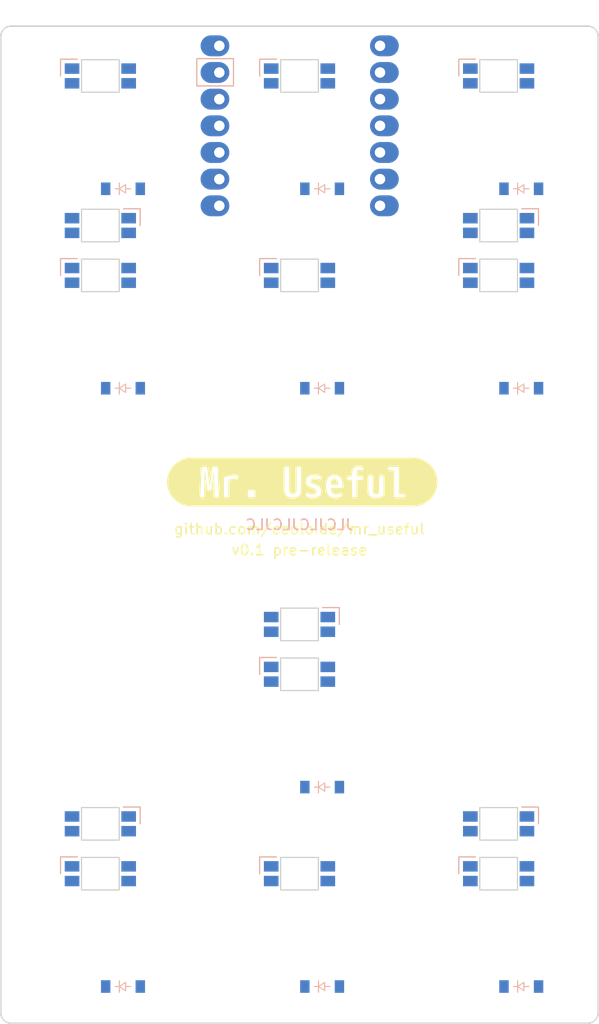
<source format=kicad_pcb>
(kicad_pcb (version 20240108) (generator "ergogen") (generator_version "4.1.0")
  (title_block (title "mr_useful") (date "2024-11-14") (rev "0.1") (company "ceoloide"))
  (layers (0 "F.Cu" signal) (31 "B.Cu" signal) (34 "B.Paste" user) (35 "F.Paste" user) (36 "B.SilkS" user "B.Silkscreen") (37 "F.SilkS" user "F.Silkscreen") (38 "B.Mask" user) (39 "F.Mask" user) (44 "Edge.Cuts" user))
  (net 0 "")
  (net 1 "C0")
  (net 2 "left_down")
  (net 3 "C1")
  (net 4 "middle_down")
  (net 5 "middle_up")
  (net 6 "C2")
  (net 7 "right_down")
  (net 8 "first_bottom")
  (net 9 "first_top")
  (net 10 "second_bottom")
  (net 11 "second_top")
  (net 12 "third_bottom")
  (net 13 "third_top")
  (net 14 "VCC")
  (net 15 "LED_4")
  (net 16 "GND")
  (net 17 "LED_3")
  (net 18 "LED_5")
  (net 19 "LED_6")
  (net 20 "LED_10")
  (net 21 "LED_9")
  (net 22 "LED_2")
  (net 23 "LED_1")
  (net 24 "LED_7")
  (net 25 "LED")
  (net 26 "LED_8")
  (net 27 "ULED_3")
  (net 28 "ULED_2")
  (net 29 "ULED_1")
  (net 30 "ULED_4")
  (net 31 "ULED_5")
  (net 32 "R0")
  (net 33 "R1")
  (net 34 "R3")
  (net 35 "R4")
  (net 36 "VIN")
  (net 37 "SWDIO")
  (net 38 "SWDCLK")
  (net 39 "RST")
  (net 40 "P0")
  (net 41 "P1")
  (net 42 "P2")
  (net 43 "C3")
  (net 44 "R2")
  (net 45 "RAW")
  (footprint "ceoloide:switch_mx" (layer "B.Cu") (at 60 125 180)
    (property "Reference" "S1" hide)
    (pad "" np_thru_hole circle (at 0 0 90) (size 4.1 4.1) (drill 4.1) (layers "*.Cu" "*.Mask"))
    (pad "" np_thru_hole circle (at 5.08 0 180) (size 1.9 1.9) (drill 1.9) (layers "*.Cu" "*.Mask"))
    (pad "" np_thru_hole circle (at -5.08 0 180) (size 1.9 1.9) (drill 1.9) (layers "*.Cu" "*.Mask"))
  )
  (footprint "ceoloide:switch_mx" (layer "B.Cu") (at 79 125 180)
    (property "Reference" "S2" hide)
    (pad "" np_thru_hole circle (at 0 0 90) (size 4.1 4.1) (drill 4.1) (layers "*.Cu" "*.Mask"))
    (pad "" np_thru_hole circle (at 5.08 0 180) (size 1.9 1.9) (drill 1.9) (layers "*.Cu" "*.Mask"))
    (pad "" np_thru_hole circle (at -5.08 0 180) (size 1.9 1.9) (drill 1.9) (layers "*.Cu" "*.Mask"))
  )
  (footprint "ceoloide:switch_mx" (layer "B.Cu") (at 79 106 180)
    (property "Reference" "S3" hide)
    (pad "" np_thru_hole circle (at 0 0 90) (size 4.1 4.1) (drill 4.1) (layers "*.Cu" "*.Mask"))
    (pad "" np_thru_hole circle (at 5.08 0 180) (size 1.9 1.9) (drill 1.9) (layers "*.Cu" "*.Mask"))
    (pad "" np_thru_hole circle (at -5.08 0 180) (size 1.9 1.9) (drill 1.9) (layers "*.Cu" "*.Mask"))
  )
  (footprint "ceoloide:switch_mx" (layer "B.Cu") (at 98 125 180)
    (property "Reference" "S4" hide)
    (pad "" np_thru_hole circle (at 0 0 90) (size 4.1 4.1) (drill 4.1) (layers "*.Cu" "*.Mask"))
    (pad "" np_thru_hole circle (at 5.08 0 180) (size 1.9 1.9) (drill 1.9) (layers "*.Cu" "*.Mask"))
    (pad "" np_thru_hole circle (at -5.08 0 180) (size 1.9 1.9) (drill 1.9) (layers "*.Cu" "*.Mask"))
  )
  (footprint "ceoloide:switch_mx" (layer "B.Cu") (at 60 68 180)
    (property "Reference" "S5" hide)
    (pad "" np_thru_hole circle (at 0 0 90) (size 4.1 4.1) (drill 4.1) (layers "*.Cu" "*.Mask"))
    (pad "" np_thru_hole circle (at 5.08 0 180) (size 1.9 1.9) (drill 1.9) (layers "*.Cu" "*.Mask"))
    (pad "" np_thru_hole circle (at -5.08 0 180) (size 1.9 1.9) (drill 1.9) (layers "*.Cu" "*.Mask"))
  )
  (footprint "ceoloide:switch_mx" (layer "B.Cu") (at 60 49 180)
    (property "Reference" "S6" hide)
    (pad "" np_thru_hole circle (at 0 0 90) (size 4.1 4.1) (drill 4.1) (layers "*.Cu" "*.Mask"))
    (pad "" np_thru_hole circle (at 5.08 0 180) (size 1.9 1.9) (drill 1.9) (layers "*.Cu" "*.Mask"))
    (pad "" np_thru_hole circle (at -5.08 0 180) (size 1.9 1.9) (drill 1.9) (layers "*.Cu" "*.Mask"))
  )
  (footprint "ceoloide:switch_mx" (layer "B.Cu") (at 79 68 180)
    (property "Reference" "S7" hide)
    (pad "" np_thru_hole circle (at 0 0 90) (size 4.1 4.1) (drill 4.1) (layers "*.Cu" "*.Mask"))
    (pad "" np_thru_hole circle (at 5.08 0 180) (size 1.9 1.9) (drill 1.9) (layers "*.Cu" "*.Mask"))
    (pad "" np_thru_hole circle (at -5.08 0 180) (size 1.9 1.9) (drill 1.9) (layers "*.Cu" "*.Mask"))
  )
  (footprint "ceoloide:switch_mx" (layer "B.Cu") (at 79 49 180)
    (property "Reference" "S8" hide)
    (pad "" np_thru_hole circle (at 0 0 90) (size 4.1 4.1) (drill 4.1) (layers "*.Cu" "*.Mask"))
    (pad "" np_thru_hole circle (at 5.08 0 180) (size 1.9 1.9) (drill 1.9) (layers "*.Cu" "*.Mask"))
    (pad "" np_thru_hole circle (at -5.08 0 180) (size 1.9 1.9) (drill 1.9) (layers "*.Cu" "*.Mask"))
  )
  (footprint "ceoloide:switch_mx" (layer "B.Cu") (at 98 68 180)
    (property "Reference" "S9" hide)
    (pad "" np_thru_hole circle (at 0 0 90) (size 4.1 4.1) (drill 4.1) (layers "*.Cu" "*.Mask"))
    (pad "" np_thru_hole circle (at 5.08 0 180) (size 1.9 1.9) (drill 1.9) (layers "*.Cu" "*.Mask"))
    (pad "" np_thru_hole circle (at -5.08 0 180) (size 1.9 1.9) (drill 1.9) (layers "*.Cu" "*.Mask"))
  )
  (footprint "ceoloide:switch_mx" (layer "B.Cu") (at 98 49 180)
    (property "Reference" "S10" hide)
    (pad "" np_thru_hole circle (at 0 0 90) (size 4.1 4.1) (drill 4.1) (layers "*.Cu" "*.Mask"))
    (pad "" np_thru_hole circle (at 5.08 0 180) (size 1.9 1.9) (drill 1.9) (layers "*.Cu" "*.Mask"))
    (pad "" np_thru_hole circle (at -5.08 0 180) (size 1.9 1.9) (drill 1.9) (layers "*.Cu" "*.Mask"))
  )
  (footprint "ceoloide:led_SK6812mini-e (per-keysingle-side)" (layer "B.Cu") (at 60 120.25 0)
    (property "Reference" "LED1" hide)
    (fp_line (start -3.8 -1.6) (end -2.2 -1.6) (layer "B.SilkS") (stroke (width 0.12)))
    (fp_line (start -3.8 0) (end -3.8 -1.6) (layer "B.SilkS") (stroke (width 0.12)))
    (pad "2" smd rect (at 2.70 -0.7 0) (size 1.4 1) (layers "B.Cu" "B.Paste" "B.Mask") (net 15 "LED_4"))
    (pad "1" smd rect (at 2.70 0.7 0) (size 1.4 1) (layers "B.Cu" "B.Paste" "B.Mask") (net 14 "VCC"))
    (pad "3" smd rect (at -2.70 -0.7 0) (size 1.4 1) (layers "B.Cu" "B.Paste" "B.Mask") (net 16 "GND"))
    (pad "4" smd rect (at -2.70 0.7 0) (size 1.4 1) (layers "B.Cu" "B.Paste" "B.Mask") (net 17 "LED_3"))
    (fp_rect (start -1.8 -1.55) (end 1.8 1.55) (layer "Edge.Cuts") (stroke (width 0.12)) (fill none))
  )
  (footprint "ceoloide:led_SK6812mini-e (per-keysingle-side)" (layer "B.Cu") (at 79 120.25 0)
    (property "Reference" "LED2" hide)
    (fp_line (start -3.8 -1.6) (end -2.2 -1.6) (layer "B.SilkS") (stroke (width 0.12)))
    (fp_line (start -3.8 0) (end -3.8 -1.6) (layer "B.SilkS") (stroke (width 0.12)))
    (pad "2" smd rect (at 2.70 -0.7 0) (size 1.4 1) (layers "B.Cu" "B.Paste" "B.Mask") (net 18 "LED_5"))
    (pad "1" smd rect (at 2.70 0.7 0) (size 1.4 1) (layers "B.Cu" "B.Paste" "B.Mask") (net 14 "VCC"))
    (pad "3" smd rect (at -2.70 -0.7 0) (size 1.4 1) (layers "B.Cu" "B.Paste" "B.Mask") (net 16 "GND"))
    (pad "4" smd rect (at -2.70 0.7 0) (size 1.4 1) (layers "B.Cu" "B.Paste" "B.Mask") (net 15 "LED_4"))
    (fp_rect (start -1.8 -1.55) (end 1.8 1.55) (layer "Edge.Cuts") (stroke (width 0.12)) (fill none))
  )
  (footprint "ceoloide:led_SK6812mini-e (per-keysingle-side)" (layer "B.Cu") (at 79 101.25 0)
    (property "Reference" "LED3" hide)
    (fp_line (start -3.8 -1.6) (end -2.2 -1.6) (layer "B.SilkS") (stroke (width 0.12)))
    (fp_line (start -3.8 0) (end -3.8 -1.6) (layer "B.SilkS") (stroke (width 0.12)))
    (pad "2" smd rect (at 2.70 -0.7 0) (size 1.4 1) (layers "B.Cu" "B.Paste" "B.Mask") (net 19 "LED_6"))
    (pad "1" smd rect (at 2.70 0.7 0) (size 1.4 1) (layers "B.Cu" "B.Paste" "B.Mask") (net 14 "VCC"))
    (pad "3" smd rect (at -2.70 -0.7 0) (size 1.4 1) (layers "B.Cu" "B.Paste" "B.Mask") (net 16 "GND"))
    (pad "4" smd rect (at -2.70 0.7 0) (size 1.4 1) (layers "B.Cu" "B.Paste" "B.Mask") (net 18 "LED_5"))
    (fp_rect (start -1.8 -1.55) (end 1.8 1.55) (layer "Edge.Cuts") (stroke (width 0.12)) (fill none))
  )
  (footprint "ceoloide:led_SK6812mini-e (per-keysingle-side)" (layer "B.Cu") (at 98 120.25 0)
    (property "Reference" "LED4" hide)
    (fp_line (start -3.8 -1.6) (end -2.2 -1.6) (layer "B.SilkS") (stroke (width 0.12)))
    (fp_line (start -3.8 0) (end -3.8 -1.6) (layer "B.SilkS") (stroke (width 0.12)))
    (pad "2" smd rect (at 2.70 -0.7 0) (size 1.4 1) (layers "B.Cu" "B.Paste" "B.Mask") (net 20 "LED_10"))
    (pad "1" smd rect (at 2.70 0.7 0) (size 1.4 1) (layers "B.Cu" "B.Paste" "B.Mask") (net 14 "VCC"))
    (pad "3" smd rect (at -2.70 -0.7 0) (size 1.4 1) (layers "B.Cu" "B.Paste" "B.Mask") (net 16 "GND"))
    (pad "4" smd rect (at -2.70 0.7 0) (size 1.4 1) (layers "B.Cu" "B.Paste" "B.Mask") (net 21 "LED_9"))
    (fp_rect (start -1.8 -1.55) (end 1.8 1.55) (layer "Edge.Cuts") (stroke (width 0.12)) (fill none))
  )
  (footprint "ceoloide:led_SK6812mini-e (per-keysingle-side)" (layer "B.Cu") (at 60 63.25 0)
    (property "Reference" "LED5" hide)
    (fp_line (start -3.8 -1.6) (end -2.2 -1.6) (layer "B.SilkS") (stroke (width 0.12)))
    (fp_line (start -3.8 0) (end -3.8 -1.6) (layer "B.SilkS") (stroke (width 0.12)))
    (pad "2" smd rect (at 2.70 -0.7 0) (size 1.4 1) (layers "B.Cu" "B.Paste" "B.Mask") (net 17 "LED_3"))
    (pad "1" smd rect (at 2.70 0.7 0) (size 1.4 1) (layers "B.Cu" "B.Paste" "B.Mask") (net 14 "VCC"))
    (pad "3" smd rect (at -2.70 -0.7 0) (size 1.4 1) (layers "B.Cu" "B.Paste" "B.Mask") (net 16 "GND"))
    (pad "4" smd rect (at -2.70 0.7 0) (size 1.4 1) (layers "B.Cu" "B.Paste" "B.Mask") (net 22 "LED_2"))
    (fp_rect (start -1.8 -1.55) (end 1.8 1.55) (layer "Edge.Cuts") (stroke (width 0.12)) (fill none))
  )
  (footprint "ceoloide:led_SK6812mini-e (per-keysingle-side)" (layer "B.Cu") (at 60 44.25 0)
    (property "Reference" "LED6" hide)
    (fp_line (start -3.8 -1.6) (end -2.2 -1.6) (layer "B.SilkS") (stroke (width 0.12)))
    (fp_line (start -3.8 0) (end -3.8 -1.6) (layer "B.SilkS") (stroke (width 0.12)))
    (pad "2" smd rect (at 2.70 -0.7 0) (size 1.4 1) (layers "B.Cu" "B.Paste" "B.Mask") (net 22 "LED_2"))
    (pad "1" smd rect (at 2.70 0.7 0) (size 1.4 1) (layers "B.Cu" "B.Paste" "B.Mask") (net 14 "VCC"))
    (pad "3" smd rect (at -2.70 -0.7 0) (size 1.4 1) (layers "B.Cu" "B.Paste" "B.Mask") (net 16 "GND"))
    (pad "4" smd rect (at -2.70 0.7 0) (size 1.4 1) (layers "B.Cu" "B.Paste" "B.Mask") (net 23 "LED_1"))
    (fp_rect (start -1.8 -1.55) (end 1.8 1.55) (layer "Edge.Cuts") (stroke (width 0.12)) (fill none))
  )
  (footprint "ceoloide:led_SK6812mini-e (per-keysingle-side)" (layer "B.Cu") (at 79 63.25 0)
    (property "Reference" "LED7" hide)
    (fp_line (start -3.8 -1.6) (end -2.2 -1.6) (layer "B.SilkS") (stroke (width 0.12)))
    (fp_line (start -3.8 0) (end -3.8 -1.6) (layer "B.SilkS") (stroke (width 0.12)))
    (pad "2" smd rect (at 2.70 -0.7 0) (size 1.4 1) (layers "B.Cu" "B.Paste" "B.Mask") (net 24 "LED_7"))
    (pad "1" smd rect (at 2.70 0.7 0) (size 1.4 1) (layers "B.Cu" "B.Paste" "B.Mask") (net 14 "VCC"))
    (pad "3" smd rect (at -2.70 -0.7 0) (size 1.4 1) (layers "B.Cu" "B.Paste" "B.Mask") (net 16 "GND"))
    (pad "4" smd rect (at -2.70 0.7 0) (size 1.4 1) (layers "B.Cu" "B.Paste" "B.Mask") (net 19 "LED_6"))
    (fp_rect (start -1.8 -1.55) (end 1.8 1.55) (layer "Edge.Cuts") (stroke (width 0.12)) (fill none))
  )
  (footprint "ceoloide:led_SK6812mini-e (per-keysingle-side)" (layer "B.Cu") (at 79 44.25 0)
    (property "Reference" "LED8" hide)
    (fp_line (start -3.8 -1.6) (end -2.2 -1.6) (layer "B.SilkS") (stroke (width 0.12)))
    (fp_line (start -3.8 0) (end -3.8 -1.6) (layer "B.SilkS") (stroke (width 0.12)))
    (pad "2" smd rect (at 2.70 -0.7 0) (size 1.4 1) (layers "B.Cu" "B.Paste" "B.Mask") (net 23 "LED_1"))
    (pad "1" smd rect (at 2.70 0.7 0) (size 1.4 1) (layers "B.Cu" "B.Paste" "B.Mask") (net 14 "VCC"))
    (pad "3" smd rect (at -2.70 -0.7 0) (size 1.4 1) (layers "B.Cu" "B.Paste" "B.Mask") (net 16 "GND"))
    (pad "4" smd rect (at -2.70 0.7 0) (size 1.4 1) (layers "B.Cu" "B.Paste" "B.Mask") (net 25 "LED"))
    (fp_rect (start -1.8 -1.55) (end 1.8 1.55) (layer "Edge.Cuts") (stroke (width 0.12)) (fill none))
  )
  (footprint "ceoloide:led_SK6812mini-e (per-keysingle-side)" (layer "B.Cu") (at 98 63.25 0)
    (property "Reference" "LED9" hide)
    (fp_line (start -3.8 -1.6) (end -2.2 -1.6) (layer "B.SilkS") (stroke (width 0.12)))
    (fp_line (start -3.8 0) (end -3.8 -1.6) (layer "B.SilkS") (stroke (width 0.12)))
    (pad "2" smd rect (at 2.70 -0.7 0) (size 1.4 1) (layers "B.Cu" "B.Paste" "B.Mask") (net 21 "LED_9"))
    (pad "1" smd rect (at 2.70 0.7 0) (size 1.4 1) (layers "B.Cu" "B.Paste" "B.Mask") (net 14 "VCC"))
    (pad "3" smd rect (at -2.70 -0.7 0) (size 1.4 1) (layers "B.Cu" "B.Paste" "B.Mask") (net 16 "GND"))
    (pad "4" smd rect (at -2.70 0.7 0) (size 1.4 1) (layers "B.Cu" "B.Paste" "B.Mask") (net 26 "LED_8"))
    (fp_rect (start -1.8 -1.55) (end 1.8 1.55) (layer "Edge.Cuts") (stroke (width 0.12)) (fill none))
  )
  (footprint "ceoloide:led_SK6812mini-e (per-keysingle-side)" (layer "B.Cu") (at 98 44.25 0)
    (property "Reference" "LED10" hide)
    (fp_line (start -3.8 -1.6) (end -2.2 -1.6) (layer "B.SilkS") (stroke (width 0.12)))
    (fp_line (start -3.8 0) (end -3.8 -1.6) (layer "B.SilkS") (stroke (width 0.12)))
    (pad "2" smd rect (at 2.70 -0.7 0) (size 1.4 1) (layers "B.Cu" "B.Paste" "B.Mask") (net 26 "LED_8"))
    (pad "1" smd rect (at 2.70 0.7 0) (size 1.4 1) (layers "B.Cu" "B.Paste" "B.Mask") (net 14 "VCC"))
    (pad "3" smd rect (at -2.70 -0.7 0) (size 1.4 1) (layers "B.Cu" "B.Paste" "B.Mask") (net 16 "GND"))
    (pad "4" smd rect (at -2.70 0.7 0) (size 1.4 1) (layers "B.Cu" "B.Paste" "B.Mask") (net 24 "LED_7"))
    (fp_rect (start -1.8 -1.55) (end 1.8 1.55) (layer "Edge.Cuts") (stroke (width 0.12)) (fill none))
  )
  (footprint "ceoloide:led_SK6812mini-e (underglowsingle-side)" (layer "B.Cu") (at 60 115.5 180)
    (property "Reference" "LED11" hide)
    (fp_line (start -3.8 1.6) (end -2.2 1.6) (layer "B.SilkS") (stroke (width 0.12)))
    (fp_line (start -3.8 0) (end -3.8 1.6) (layer "B.SilkS") (stroke (width 0.12)))
    (pad "2" smd rect (at 2.70 0.7 180) (size 1.4 1) (layers "B.Cu" "B.Paste" "B.Mask") (net 27 "ULED_3"))
    (pad "1" smd rect (at 2.70 -0.7 180) (size 1.4 1) (layers "B.Cu" "B.Paste" "B.Mask") (net 14 "VCC"))
    (pad "3" smd rect (at -2.70 0.7 180) (size 1.4 1) (layers "B.Cu" "B.Paste" "B.Mask") (net 16 "GND"))
    (pad "4" smd rect (at -2.70 -0.7 180) (size 1.4 1) (layers "B.Cu" "B.Paste" "B.Mask") (net 28 "ULED_2"))
    (fp_rect (start -1.8 -1.55) (end 1.8 1.55) (layer "Edge.Cuts") (stroke (width 0.12)) (fill none))
  )
  (footprint "ceoloide:led_SK6812mini-e (underglowsingle-side)" (layer "B.Cu") (at 79 96.5 180)
    (property "Reference" "LED12" hide)
    (fp_line (start -3.8 1.6) (end -2.2 1.6) (layer "B.SilkS") (stroke (width 0.12)))
    (fp_line (start -3.8 0) (end -3.8 1.6) (layer "B.SilkS") (stroke (width 0.12)))
    (pad "2" smd rect (at 2.70 0.7 180) (size 1.4 1) (layers "B.Cu" "B.Paste" "B.Mask") (net 28 "ULED_2"))
    (pad "1" smd rect (at 2.70 -0.7 180) (size 1.4 1) (layers "B.Cu" "B.Paste" "B.Mask") (net 14 "VCC"))
    (pad "3" smd rect (at -2.70 0.7 180) (size 1.4 1) (layers "B.Cu" "B.Paste" "B.Mask") (net 16 "GND"))
    (pad "4" smd rect (at -2.70 -0.7 180) (size 1.4 1) (layers "B.Cu" "B.Paste" "B.Mask") (net 29 "ULED_1"))
    (fp_rect (start -1.8 -1.55) (end 1.8 1.55) (layer "Edge.Cuts") (stroke (width 0.12)) (fill none))
  )
  (footprint "ceoloide:led_SK6812mini-e (underglowsingle-side)" (layer "B.Cu") (at 98 115.5 180)
    (property "Reference" "LED13" hide)
    (fp_line (start -3.8 1.6) (end -2.2 1.6) (layer "B.SilkS") (stroke (width 0.12)))
    (fp_line (start -3.8 0) (end -3.8 1.6) (layer "B.SilkS") (stroke (width 0.12)))
    (pad "2" smd rect (at 2.70 0.7 180) (size 1.4 1) (layers "B.Cu" "B.Paste" "B.Mask") (net 29 "ULED_1"))
    (pad "1" smd rect (at 2.70 -0.7 180) (size 1.4 1) (layers "B.Cu" "B.Paste" "B.Mask") (net 14 "VCC"))
    (pad "3" smd rect (at -2.70 0.7 180) (size 1.4 1) (layers "B.Cu" "B.Paste" "B.Mask") (net 16 "GND"))
    (pad "4" smd rect (at -2.70 -0.7 180) (size 1.4 1) (layers "B.Cu" "B.Paste" "B.Mask") (net 20 "LED_10"))
    (fp_rect (start -1.8 -1.55) (end 1.8 1.55) (layer "Edge.Cuts") (stroke (width 0.12)) (fill none))
  )
  (footprint "ceoloide:led_SK6812mini-e (underglowsingle-side)" (layer "B.Cu") (at 60 58.5 180)
    (property "Reference" "LED14" hide)
    (fp_line (start -3.8 1.6) (end -2.2 1.6) (layer "B.SilkS") (stroke (width 0.12)))
    (fp_line (start -3.8 0) (end -3.8 1.6) (layer "B.SilkS") (stroke (width 0.12)))
    (pad "2" smd rect (at 2.70 0.7 180) (size 1.4 1) (layers "B.Cu" "B.Paste" "B.Mask") (net 30 "ULED_4"))
    (pad "1" smd rect (at 2.70 -0.7 180) (size 1.4 1) (layers "B.Cu" "B.Paste" "B.Mask") (net 14 "VCC"))
    (pad "3" smd rect (at -2.70 0.7 180) (size 1.4 1) (layers "B.Cu" "B.Paste" "B.Mask") (net 16 "GND"))
    (pad "4" smd rect (at -2.70 -0.7 180) (size 1.4 1) (layers "B.Cu" "B.Paste" "B.Mask") (net 27 "ULED_3"))
    (fp_rect (start -1.8 -1.55) (end 1.8 1.55) (layer "Edge.Cuts") (stroke (width 0.12)) (fill none))
  )
  (footprint "ceoloide:led_SK6812mini-e (underglowsingle-side)" (layer "B.Cu") (at 98 58.5 180)
    (property "Reference" "LED15" hide)
    (fp_line (start -3.8 1.6) (end -2.2 1.6) (layer "B.SilkS") (stroke (width 0.12)))
    (fp_line (start -3.8 0) (end -3.8 1.6) (layer "B.SilkS") (stroke (width 0.12)))
    (pad "2" smd rect (at 2.70 0.7 180) (size 1.4 1) (layers "B.Cu" "B.Paste" "B.Mask") (net 31 "ULED_5"))
    (pad "1" smd rect (at 2.70 -0.7 180) (size 1.4 1) (layers "B.Cu" "B.Paste" "B.Mask") (net 14 "VCC"))
    (pad "3" smd rect (at -2.70 0.7 180) (size 1.4 1) (layers "B.Cu" "B.Paste" "B.Mask") (net 16 "GND"))
    (pad "4" smd rect (at -2.70 -0.7 180) (size 1.4 1) (layers "B.Cu" "B.Paste" "B.Mask") (net 30 "ULED_4"))
    (fp_rect (start -1.8 -1.55) (end 1.8 1.55) (layer "Edge.Cuts") (stroke (width 0.12)) (fill none))
  )
  (footprint "ceoloide:diode_tht_sod123" (layer "B.Cu") (at 62.16 131 0)
    (property "Reference" "D1" hide)
    (fp_line (start 0.25 0) (end 0.75 0) (layer "B.SilkS") (stroke (width 0.1)))
    (fp_line (start 0.25 0.4) (end -0.35 0) (layer "B.SilkS") (stroke (width 0.1)))
    (fp_line (start 0.25 -0.4) (end 0.25 0.4) (layer "B.SilkS") (stroke (width 0.1)))
    (fp_line (start -0.35 0) (end 0.25 -0.4) (layer "B.SilkS") (stroke (width 0.1)))
    (fp_line (start -0.35 0) (end -0.35 0.55) (layer "B.SilkS") (stroke (width 0.1)))
    (fp_line (start -0.35 0) (end -0.35 -0.55) (layer "B.SilkS") (stroke (width 0.1)))
    (fp_line (start -0.75 0) (end -0.35 0) (layer "B.SilkS") (stroke (width 0.1)))
    (pad "2" smd rect (at 1.65 0 0) (size 0.9 1.2) (layers "B.Cu" "B.Paste" "B.Mask") (net 2 "left_down"))
    (pad "1" smd rect (at -1.65 0 0) (size 0.9 1.2) (layers "B.Cu" "B.Paste" "B.Mask") (net 32 "R0"))
  )
  (footprint "ceoloide:diode_tht_sod123" (layer "B.Cu") (at 81.16 131 0)
    (property "Reference" "D2" hide)
    (fp_line (start 0.25 0) (end 0.75 0) (layer "B.SilkS") (stroke (width 0.1)))
    (fp_line (start 0.25 0.4) (end -0.35 0) (layer "B.SilkS") (stroke (width 0.1)))
    (fp_line (start 0.25 -0.4) (end 0.25 0.4) (layer "B.SilkS") (stroke (width 0.1)))
    (fp_line (start -0.35 0) (end 0.25 -0.4) (layer "B.SilkS") (stroke (width 0.1)))
    (fp_line (start -0.35 0) (end -0.35 0.55) (layer "B.SilkS") (stroke (width 0.1)))
    (fp_line (start -0.35 0) (end -0.35 -0.55) (layer "B.SilkS") (stroke (width 0.1)))
    (fp_line (start -0.75 0) (end -0.35 0) (layer "B.SilkS") (stroke (width 0.1)))
    (pad "2" smd rect (at 1.65 0 0) (size 0.9 1.2) (layers "B.Cu" "B.Paste" "B.Mask") (net 4 "middle_down"))
    (pad "1" smd rect (at -1.65 0 0) (size 0.9 1.2) (layers "B.Cu" "B.Paste" "B.Mask") (net 32 "R0"))
  )
  (footprint "ceoloide:diode_tht_sod123" (layer "B.Cu") (at 81.16 112 0)
    (property "Reference" "D3" hide)
    (fp_line (start 0.25 0) (end 0.75 0) (layer "B.SilkS") (stroke (width 0.1)))
    (fp_line (start 0.25 0.4) (end -0.35 0) (layer "B.SilkS") (stroke (width 0.1)))
    (fp_line (start 0.25 -0.4) (end 0.25 0.4) (layer "B.SilkS") (stroke (width 0.1)))
    (fp_line (start -0.35 0) (end 0.25 -0.4) (layer "B.SilkS") (stroke (width 0.1)))
    (fp_line (start -0.35 0) (end -0.35 0.55) (layer "B.SilkS") (stroke (width 0.1)))
    (fp_line (start -0.35 0) (end -0.35 -0.55) (layer "B.SilkS") (stroke (width 0.1)))
    (fp_line (start -0.75 0) (end -0.35 0) (layer "B.SilkS") (stroke (width 0.1)))
    (pad "2" smd rect (at 1.65 0 0) (size 0.9 1.2) (layers "B.Cu" "B.Paste" "B.Mask") (net 5 "middle_up"))
    (pad "1" smd rect (at -1.65 0 0) (size 0.9 1.2) (layers "B.Cu" "B.Paste" "B.Mask") (net 33 "R1"))
  )
  (footprint "ceoloide:diode_tht_sod123" (layer "B.Cu") (at 100.16 131 0)
    (property "Reference" "D4" hide)
    (fp_line (start 0.25 0) (end 0.75 0) (layer "B.SilkS") (stroke (width 0.1)))
    (fp_line (start 0.25 0.4) (end -0.35 0) (layer "B.SilkS") (stroke (width 0.1)))
    (fp_line (start 0.25 -0.4) (end 0.25 0.4) (layer "B.SilkS") (stroke (width 0.1)))
    (fp_line (start -0.35 0) (end 0.25 -0.4) (layer "B.SilkS") (stroke (width 0.1)))
    (fp_line (start -0.35 0) (end -0.35 0.55) (layer "B.SilkS") (stroke (width 0.1)))
    (fp_line (start -0.35 0) (end -0.35 -0.55) (layer "B.SilkS") (stroke (width 0.1)))
    (fp_line (start -0.75 0) (end -0.35 0) (layer "B.SilkS") (stroke (width 0.1)))
    (pad "2" smd rect (at 1.65 0 0) (size 0.9 1.2) (layers "B.Cu" "B.Paste" "B.Mask") (net 7 "right_down"))
    (pad "1" smd rect (at -1.65 0 0) (size 0.9 1.2) (layers "B.Cu" "B.Paste" "B.Mask") (net 32 "R0"))
  )
  (footprint "ceoloide:diode_tht_sod123" (layer "B.Cu") (at 62.16 74 0)
    (property "Reference" "D5" hide)
    (fp_line (start 0.25 0) (end 0.75 0) (layer "B.SilkS") (stroke (width 0.1)))
    (fp_line (start 0.25 0.4) (end -0.35 0) (layer "B.SilkS") (stroke (width 0.1)))
    (fp_line (start 0.25 -0.4) (end 0.25 0.4) (layer "B.SilkS") (stroke (width 0.1)))
    (fp_line (start -0.35 0) (end 0.25 -0.4) (layer "B.SilkS") (stroke (width 0.1)))
    (fp_line (start -0.35 0) (end -0.35 0.55) (layer "B.SilkS") (stroke (width 0.1)))
    (fp_line (start -0.35 0) (end -0.35 -0.55) (layer "B.SilkS") (stroke (width 0.1)))
    (fp_line (start -0.75 0) (end -0.35 0) (layer "B.SilkS") (stroke (width 0.1)))
    (pad "2" smd rect (at 1.65 0 0) (size 0.9 1.2) (layers "B.Cu" "B.Paste" "B.Mask") (net 8 "first_bottom"))
    (pad "1" smd rect (at -1.65 0 0) (size 0.9 1.2) (layers "B.Cu" "B.Paste" "B.Mask") (net 34 "R3"))
  )
  (footprint "ceoloide:diode_tht_sod123" (layer "B.Cu") (at 62.16 55 0)
    (property "Reference" "D6" hide)
    (fp_line (start 0.25 0) (end 0.75 0) (layer "B.SilkS") (stroke (width 0.1)))
    (fp_line (start 0.25 0.4) (end -0.35 0) (layer "B.SilkS") (stroke (width 0.1)))
    (fp_line (start 0.25 -0.4) (end 0.25 0.4) (layer "B.SilkS") (stroke (width 0.1)))
    (fp_line (start -0.35 0) (end 0.25 -0.4) (layer "B.SilkS") (stroke (width 0.1)))
    (fp_line (start -0.35 0) (end -0.35 0.55) (layer "B.SilkS") (stroke (width 0.1)))
    (fp_line (start -0.35 0) (end -0.35 -0.55) (layer "B.SilkS") (stroke (width 0.1)))
    (fp_line (start -0.75 0) (end -0.35 0) (layer "B.SilkS") (stroke (width 0.1)))
    (pad "2" smd rect (at 1.65 0 0) (size 0.9 1.2) (layers "B.Cu" "B.Paste" "B.Mask") (net 9 "first_top"))
    (pad "1" smd rect (at -1.65 0 0) (size 0.9 1.2) (layers "B.Cu" "B.Paste" "B.Mask") (net 35 "R4"))
  )
  (footprint "ceoloide:diode_tht_sod123" (layer "B.Cu") (at 81.16 74 0)
    (property "Reference" "D7" hide)
    (fp_line (start 0.25 0) (end 0.75 0) (layer "B.SilkS") (stroke (width 0.1)))
    (fp_line (start 0.25 0.4) (end -0.35 0) (layer "B.SilkS") (stroke (width 0.1)))
    (fp_line (start 0.25 -0.4) (end 0.25 0.4) (layer "B.SilkS") (stroke (width 0.1)))
    (fp_line (start -0.35 0) (end 0.25 -0.4) (layer "B.SilkS") (stroke (width 0.1)))
    (fp_line (start -0.35 0) (end -0.35 0.55) (layer "B.SilkS") (stroke (width 0.1)))
    (fp_line (start -0.35 0) (end -0.35 -0.55) (layer "B.SilkS") (stroke (width 0.1)))
    (fp_line (start -0.75 0) (end -0.35 0) (layer "B.SilkS") (stroke (width 0.1)))
    (pad "2" smd rect (at 1.65 0 0) (size 0.9 1.2) (layers "B.Cu" "B.Paste" "B.Mask") (net 10 "second_bottom"))
    (pad "1" smd rect (at -1.65 0 0) (size 0.9 1.2) (layers "B.Cu" "B.Paste" "B.Mask") (net 34 "R3"))
  )
  (footprint "ceoloide:diode_tht_sod123" (layer "B.Cu") (at 81.16 55 0)
    (property "Reference" "D8" hide)
    (fp_line (start 0.25 0) (end 0.75 0) (layer "B.SilkS") (stroke (width 0.1)))
    (fp_line (start 0.25 0.4) (end -0.35 0) (layer "B.SilkS") (stroke (width 0.1)))
    (fp_line (start 0.25 -0.4) (end 0.25 0.4) (layer "B.SilkS") (stroke (width 0.1)))
    (fp_line (start -0.35 0) (end 0.25 -0.4) (layer "B.SilkS") (stroke (width 0.1)))
    (fp_line (start -0.35 0) (end -0.35 0.55) (layer "B.SilkS") (stroke (width 0.1)))
    (fp_line (start -0.35 0) (end -0.35 -0.55) (layer "B.SilkS") (stroke (width 0.1)))
    (fp_line (start -0.75 0) (end -0.35 0) (layer "B.SilkS") (stroke (width 0.1)))
    (pad "2" smd rect (at 1.65 0 0) (size 0.9 1.2) (layers "B.Cu" "B.Paste" "B.Mask") (net 11 "second_top"))
    (pad "1" smd rect (at -1.65 0 0) (size 0.9 1.2) (layers "B.Cu" "B.Paste" "B.Mask") (net 35 "R4"))
  )
  (footprint "ceoloide:diode_tht_sod123" (layer "B.Cu") (at 100.16 74 0)
    (property "Reference" "D9" hide)
    (fp_line (start 0.25 0) (end 0.75 0) (layer "B.SilkS") (stroke (width 0.1)))
    (fp_line (start 0.25 0.4) (end -0.35 0) (layer "B.SilkS") (stroke (width 0.1)))
    (fp_line (start 0.25 -0.4) (end 0.25 0.4) (layer "B.SilkS") (stroke (width 0.1)))
    (fp_line (start -0.35 0) (end 0.25 -0.4) (layer "B.SilkS") (stroke (width 0.1)))
    (fp_line (start -0.35 0) (end -0.35 0.55) (layer "B.SilkS") (stroke (width 0.1)))
    (fp_line (start -0.35 0) (end -0.35 -0.55) (layer "B.SilkS") (stroke (width 0.1)))
    (fp_line (start -0.75 0) (end -0.35 0) (layer "B.SilkS") (stroke (width 0.1)))
    (pad "2" smd rect (at 1.65 0 0) (size 0.9 1.2) (layers "B.Cu" "B.Paste" "B.Mask") (net 12 "third_bottom"))
    (pad "1" smd rect (at -1.65 0 0) (size 0.9 1.2) (layers "B.Cu" "B.Paste" "B.Mask") (net 34 "R3"))
  )
  (footprint "ceoloide:diode_tht_sod123" (layer "B.Cu") (at 100.16 55 0)
    (property "Reference" "D10" hide)
    (fp_line (start 0.25 0) (end 0.75 0) (layer "B.SilkS") (stroke (width 0.1)))
    (fp_line (start 0.25 0.4) (end -0.35 0) (layer "B.SilkS") (stroke (width 0.1)))
    (fp_line (start 0.25 -0.4) (end 0.25 0.4) (layer "B.SilkS") (stroke (width 0.1)))
    (fp_line (start -0.35 0) (end 0.25 -0.4) (layer "B.SilkS") (stroke (width 0.1)))
    (fp_line (start -0.35 0) (end -0.35 0.55) (layer "B.SilkS") (stroke (width 0.1)))
    (fp_line (start -0.35 0) (end -0.35 -0.55) (layer "B.SilkS") (stroke (width 0.1)))
    (fp_line (start -0.75 0) (end -0.35 0) (layer "B.SilkS") (stroke (width 0.1)))
    (pad "2" smd rect (at 1.65 0 0) (size 0.9 1.2) (layers "B.Cu" "B.Paste" "B.Mask") (net 13 "third_top"))
    (pad "1" smd rect (at -1.65 0 0) (size 0.9 1.2) (layers "B.Cu" "B.Paste" "B.Mask") (net 35 "R4"))
  )
  (module "Seeeduino XIAO-MOUDLE14P-2.54-21X17.8MM tht maybe" (layer "B.Cu") (at 79 49 0)
    (fp_text reference "MCU1" hide)
    (fp_line (start -6.3 -6.4) (end -9.8 -6.4) (layer B.SilkS) (width 0.12))
    (fp_line (start -9.8 -6.4) (end -9.8 -3.8) (layer B.SilkS) (width 0.12))
    (fp_line (start -6.3 -3.8) (end -9.8 -3.8) (layer B.SilkS) (width 0.12))
    (fp_line (start -6.3 -6.4) (end -6.3 -3.8) (layer B.SilkS) (width 0.12))
    (pad "RAW" smd oval (at -8.06588 -7.61882 0) (size 2.74828 1.99898) (layers "B.Cu" "B.Paste" "B.Mask") (net 45 "RAW"))
    (pad "RAW" thru_hole circle (at -7.649 -7.61882 0) (size 1.524 1.524) (drill 1) (layers "*.Cu" "*.Mask") (net 45 "RAW"))
    (pad "GND" smd oval (at -8.06588 -5.07882 0) (size 2.74828 1.99898) (layers "B.Cu" "B.Paste" "B.Mask") (net 16 "GND"))
    (pad "GND" thru_hole circle (at -7.649 -5.07882 0) (size 1.524 1.524) (drill 1) (layers "*.Cu" "*.Mask") (net 16 "GND"))
    (pad "3V3" smd oval (at -8.06588 -2.53882 0) (size 2.74828 1.99898) (layers "B.Cu" "B.Paste" "B.Mask") (net 14 "VCC"))
    (pad "3V3" thru_hole circle (at -7.649 -2.53882 0) (size 1.524 1.524) (drill 1) (layers "*.Cu" "*.Mask") (net 14 "VCC"))
    (pad "P10" smd oval (at -8.06588 0.00118 0) (size 2.74828 1.99898) (layers "B.Cu" "B.Paste" "B.Mask") (net 32 "R0"))
    (pad "P10" thru_hole circle (at -7.649 0.00118 0) (size 1.524 1.524) (drill 1) (layers "*.Cu" "*.Mask") (net 32 "R0"))
    (pad "P9" smd oval (at -8.06588 2.54118 0) (size 2.74828 1.99898) (layers "B.Cu" "B.Paste" "B.Mask") (net 33 "R1"))
    (pad "P9" thru_hole circle (at -7.649 2.54118 0) (size 1.524 1.524) (drill 1) (layers "*.Cu" "*.Mask") (net 33 "R1"))
    (pad "P8" smd oval (at -8.06588 5.08118 0) (size 2.74828 1.99898) (layers "B.Cu" "B.Paste" "B.Mask") (net 44 "R2"))
    (pad "P8" thru_hole circle (at -7.649 5.08118 0) (size 1.524 1.524) (drill 1) (layers "*.Cu" "*.Mask") (net 44 "R2"))
    (pad "P7" smd oval (at -8.06588 7.62118 0) (size 2.74828 1.99898) (layers "B.Cu" "B.Paste" "B.Mask") (net 34 "R3"))
    (pad "P7" thru_hole circle (at -7.649 7.62118 0) (size 1.524 1.524) (drill 1) (layers "*.Cu" "*.Mask") (net 34 "R3"))
    (pad "P6" thru_hole circle (at 7.682 7.62118 0) (size 1.524 1.524) (drill 1) (layers "*.Cu" "*.Mask") (net 43 "C3"))
    (pad "P6" smd oval (at 8.09868 7.62118 0) (size 2.74828 1.99898) (layers "B.Cu" "B.Paste" "B.Mask") (net 43 "C3"))
    (pad "P5" thru_hole circle (at 7.682 5.08118 0) (size 1.524 1.524) (drill 1) (layers "*.Cu" "*.Mask") (net 3 "C1"))
    (pad "P5" smd oval (at 8.09868 5.08118 0) (size 2.74828 1.99898) (layers "B.Cu" "B.Paste" "B.Mask") (net 3 "C1"))
    (pad "P4" thru_hole circle (at 7.682 2.54118 0) (size 1.524 1.524) (drill 1) (layers "*.Cu" "*.Mask") (net 1 "C0"))
    (pad "P4" smd oval (at 8.09868 2.54118 0) (size 2.74828 1.99898) (layers "B.Cu" "B.Paste" "B.Mask") (net 1 "C0"))
    (pad "P3" thru_hole circle (at 7.682 0.00118 0) (size 1.524 1.524) (drill 1) (layers "*.Cu" "*.Mask") (net 25 "LED"))
    (pad "P3" smd oval (at 8.09868 0.00118 0) (size 2.74828 1.99898) (layers "B.Cu" "B.Paste" "B.Mask") (net 25 "LED"))
    (pad "P2" thru_hole circle (at 7.682 -2.53882 0) (size 1.524 1.524) (drill 1) (layers "*.Cu" "*.Mask") (net 42 "P2"))
    (pad "P2" smd oval (at 8.09868 -2.53882 0) (size 2.74828 1.99898) (layers "B.Cu" "B.Paste" "B.Mask") (net 42 "P2"))
    (pad "P1" thru_hole circle (at 7.682 -5.07882 0) (size 1.524 1.524) (drill 1) (layers "*.Cu" "*.Mask") (net 41 "P1"))
    (pad "P1" smd oval (at 8.09868 -5.07882 0) (size 2.74828 1.99898) (layers "B.Cu" "B.Paste" "B.Mask") (net 41 "P1"))
    (pad "P0" thru_hole circle (at 7.682 -7.61882 0) (size 1.524 1.524) (drill 1) (layers "*.Cu" "*.Mask") (net 40 "P0"))
    (pad "P0" smd oval (at 8.09868 -7.61882 0) (size 2.74828 1.99898) (layers "B.Cu" "B.Paste" "B.Mask") (net 40 "P0"))
  )
  (module "logo_mr_useful" (layer "F.Cu") (at 79 87 0)
    (fp_text reference "LOGO1" hide)
    (fp_text value "" hide)
    (fp_text user "github.com/ceoloide/mr_useful" (at 0 1) (layer "F.SilkS") (effects (font (thickness 0.153)) (justify bottom)))
    (fp_text user "v0.1 pre-release" (at 0 3) (layer "F.SilkS") (effects (font (thickness 0.153)) (justify bottom)))
    (fp_poly (pts (xy 2.972094 -3.801687) (xy 3.678531 -3.801687) (xy 3.654719 -4.079996) (xy 3.591219 -4.264047) (xy 3.341188 -4.400969) (xy 3.185414 -4.368226) (xy 3.075281 -4.27) (xy 3.005828 -4.087437) (xy 2.972094 -3.801687)) (layer F.SilkS) (width 0.01))
    (fp_poly (pts (xy -9.485812 -6.37476) (xy -10.312635 -6.37476) (xy -10.539555 -6.363612) (xy -10.76429 -6.330276) (xy -10.984675 -6.275073) (xy -11.198587 -6.198533) (xy -11.403968 -6.101396) (xy -11.598838 -5.984595) (xy -11.781322 -5.849256) (xy -11.949661 -5.696682) (xy -12.102235 -5.528343) (xy -12.237574 -5.345859) (xy -12.354375 -5.150989) (xy -12.451513 -4.945608) (xy -12.528052 -4.731695) (xy -12.583255 -4.51131) (xy -12.616592 -4.286576) (xy -12.627739 -4.059656) (xy -12.616592 -3.832736) (xy -12.583255 -3.608002) (xy -12.528052 -3.387617) (xy -12.451513 -3.173704) (xy -12.354375 -2.968323) (xy -12.237574 -2.773453) (xy -12.102235 -2.590969) (xy -11.949661 -2.42263) (xy -11.781322 -2.270056) (xy -11.598838 -2.134717) (xy -11.403968 -2.017916) (xy -11.198587 -1.920779) (xy -10.984675 -1.844239) (xy -10.76429 -1.789036) (xy -10.539555 -1.7557) (xy -10.312635 -1.744552) (xy -9.485812 -1.744552) (xy -9.096875 -1.744552) (xy -9.096875 -2.611062) (xy -9.485812 -2.611062) (xy -9.335 -5.50825) (xy -8.815094 -5.50825) (xy -8.573 -3.662781) (xy -8.565062 -3.662781) (xy -8.326937 -5.50825) (xy -7.826875 -5.50825) (xy -7.680031 -2.611062) (xy -8.104687 -2.611062) (xy -8.164219 -5.071687) (xy -8.168187 -5.071687) (xy -8.41425 -3.28575) (xy -8.791281 -3.28575) (xy -9.0175 -5.071687) (xy -9.029406 -5.071687) (xy -9.096875 -2.611062) (xy -9.096875 -1.744552) (xy -6.767219 -1.744552) (xy -6.767219 -2.611062) (xy -7.203781 -2.611062) (xy -7.203781 -4.508125) (xy -6.950734 -4.58242) (xy -6.693241 -4.640205) (xy -6.431304 -4.68148) (xy -6.164921 -4.706245) (xy -5.894094 -4.7145) (xy -5.894094 -4.385094) (xy -6.197924 -4.372305) (xy -6.490288 -4.333941) (xy -6.771187 -4.27) (xy -6.767219 -2.611062) (xy -6.767219 -1.744552) (xy -4.92175 -1.744552) (xy -4.92175 -2.611062) (xy -4.92175 -3.28575) (xy -4.28675 -3.28575) (xy -4.28675 -2.611062) (xy -4.92175 -2.611062) (xy -4.92175 -1.744552) (xy -0.643437 -1.744552) (xy -0.643437 -2.571375) (xy -0.899863 -2.591659) (xy -1.10293 -2.652514) (xy -1.252641 -2.753937) (xy -1.355167 -2.902986) (xy -1.416682 -3.106715) (xy -1.437187 -3.365125) (xy -1.437187 -5.50825) (xy -0.988719 -5.50825) (xy -0.988719 -3.4445) (xy -0.968875 -3.187523) (xy -0.909344 -3.027781) (xy -0.801195 -2.944437) (xy -0.6355 -2.916656) (xy -0.361656 -3.025797) (xy -0.302125 -3.185043) (xy -0.282281 -3.4445) (xy -0.282281 -5.50825) (xy 0.150313 -5.50825) (xy 0.150313 -3.365125) (xy 0.129807 -3.106715) (xy 0.068292 -2.902986) (xy -0.034234 -2.753937) (xy -0.183944 -2.652514) (xy -0.387012 -2.591659) (xy -0.643437 -2.571375) (xy -0.643437 -1.744552) (xy 1.317125 -1.744552) (xy 1.317125 -2.571375) (xy 1.073708 -2.585486) (xy 0.846167 -2.627819) (xy 0.6345 -2.698375) (xy 0.6345 -3.047625) (xy 0.951008 -2.931539) (xy 1.249656 -2.892843) (xy 1.551281 -2.958328) (xy 1.642563 -3.166687) (xy 1.571125 -3.365125) (xy 1.309188 -3.484187) (xy 0.986727 -3.593824) (xy 0.773406 -3.732234) (xy 0.654344 -3.910332) (xy 0.614656 -4.139031) (xy 0.661289 -4.384597) (xy 0.801188 -4.565672) (xy 1.033359 -4.677293) (xy 1.356813 -4.7145) (xy 1.588764 -4.704798) (xy 1.808368 -4.675694) (xy 2.015625 -4.627187) (xy 2.015625 -4.297781) (xy 1.698125 -4.372195) (xy 1.3965 -4.397) (xy 1.137539 -4.332508) (xy 1.051219 -4.139031) (xy 1.120672 -3.960437) (xy 1.356813 -3.849312) (xy 1.710527 -3.738187) (xy 1.930297 -3.60325) (xy 2.044895 -3.420687) (xy 2.083094 -3.166687) (xy 2.032988 -2.913679) (xy 1.882672 -2.726156) (xy 1.641074 -2.61007) (xy 1.317125 -2.571375) (xy 1.317125 -1.744552) (xy 3.432469 -1.744552) (xy 3.432469 -2.571375) (xy 3.153554 -2.60114) (xy 2.925351 -2.690437) (xy 2.747859 -2.839265) (xy 2.62108 -3.047625) (xy 2.545012 -3.315515) (xy 2.519656 -3.642937) (xy 2.542807 -3.970359) (xy 2.612261 -4.23825) (xy 2.728016 -4.446609) (xy 2.890073 -4.595437) (xy 3.098432 -4.684734) (xy 3.353094 -4.7145) (xy 3.585486 -4.686498) (xy 3.774663 -4.602493) (xy 3.920625 -4.462484) (xy 4.024254 -4.260298) (xy 4.086431 -3.989762) (xy 4.107156 -3.650875) (xy 4.099219 -3.492125) (xy 2.972094 -3.492125) (xy 3.018231 -3.213816) (xy 3.116953 -3.029765) (xy 3.271238 -2.927074) (xy 3.484063 -2.892843) (xy 3.728141 -2.919633) (xy 4 -3) (xy 4 -2.670593) (xy 3.709289 -2.596179) (xy 3.432469 -2.571375) (xy 3.432469 -1.744552) (xy 5.456531 -1.744552) (xy 5.456531 -2.611062) (xy 5.019969 -2.611062) (xy 5.019969 -4.273969) (xy 4.583406 -4.273969) (xy 4.583406 -4.595437) (xy 5.019969 -4.595437) (xy 5.019969 -4.825625) (xy 5.054695 -5.168922) (xy 5.158875 -5.389187) (xy 5.347391 -5.50825) (xy 5.635125 -5.547937) (xy 5.843484 -5.536031) (xy 6.032 -5.500312) (xy 6.032 -5.174875) (xy 5.722438 -5.230437) (xy 5.547813 -5.198687) (xy 5.476375 -5.065734) (xy 5.461492 -4.929308) (xy 5.456531 -4.722437) (xy 5.456531 -4.595437) (xy 6.032 -4.595437) (xy 6.032 -4.273969) (xy 5.456531 -4.273969) (xy 5.456531 -2.611062) (xy 5.456531 -1.744552) (xy 7.33375 -1.744552) (xy 7.33375 -2.571375) (xy 7.066521 -2.587691) (xy 6.862792 -2.636639) (xy 6.722563 -2.718218) (xy 6.600524 -2.928562) (xy 6.559844 -3.265906) (xy 6.559844 -4.674812) (xy 6.9845 -4.674812) (xy 6.9845 -3.265906) (xy 7.057922 -2.974203) (xy 7.325813 -2.896812) (xy 7.595688 -2.976187) (xy 7.591719 -4.674812) (xy 8.028281 -4.674812) (xy 8.028281 -2.738062) (xy 7.820583 -2.645458) (xy 7.589073 -2.589896) (xy 7.33375 -2.571375) (xy 7.33375 -1.744552) (xy 10.012656 -1.744552) (xy 10.012656 -2.611062) (xy 9.036344 -2.611062) (xy 9.036344 -5.186781) (xy 8.504531 -5.186781) (xy 8.504531 -5.50825) (xy 9.480844 -5.50825) (xy 9.480844 -2.932531) (xy 10.012656 -2.932531) (xy 10.012656 -2.611062) (xy 10.012656 -1.744552) (xy 10.839479 -1.744552) (xy 11.066399 -1.7557) (xy 11.291134 -1.789036) (xy 11.511519 -1.844239) (xy 11.725431 -1.920779) (xy 11.930812 -2.017916) (xy 12.125682 -2.134717) (xy 12.308166 -2.270056) (xy 12.476505 -2.42263) (xy 12.629079 -2.590969) (xy 12.764418 -2.773453) (xy 12.881219 -2.968323) (xy 12.978357 -3.173704) (xy 13.054896 -3.387617) (xy 13.110099 -3.608002) (xy 13.143436 -3.832736) (xy 13.154583 -4.059656) (xy 13.143436 -4.286576) (xy 13.110099 -4.51131) (xy 13.054896 -4.731695) (xy 12.978357 -4.945608) (xy 12.881219 -5.150989) (xy 12.764418 -5.345859) (xy 12.629079 -5.528343) (xy 12.476505 -5.696682) (xy 12.308166 -5.849256) (xy 12.125682 -5.984595) (xy 11.930812 -6.101396) (xy 11.725431 -6.198533) (xy 11.511519 -6.275073) (xy 11.291134 -6.330276) (xy 11.066399 -6.363612) (xy 10.839479 -6.37476) (xy 10.012656 -6.37476) (xy -9.485812 -6.37476)) (layer F.SilkS) (width 0.01))
  )
  (gr_text "JLCJLCJLCJLC" (at 79 87 0) (layer "B.SilkS") (effects (font (size 1 1)) (justify mirror)))
  (gr_line (start 51.5 134.5) (end 106.5 134.5) (layer Edge.Cuts) (stroke (width 0.15)))
  (gr_line (start 107.5 133.5) (end 107.5 40.5) (layer Edge.Cuts) (stroke (width 0.15)))
  (gr_line (start 106.5 39.5) (end 51.5 39.5) (layer Edge.Cuts) (stroke (width 0.15)))
  (gr_line (start 50.5 40.5) (end 50.5 133.5) (layer Edge.Cuts) (stroke (width 0.15)))
  (gr_arc (start 106.5 134.5) (mid 107.2071068 134.2071068) (end 107.5 133.5) (layer Edge.Cuts) (stroke (width 0.15)))
  (gr_arc (start 107.5 40.5) (mid 107.2071068 39.7928932) (end 106.5 39.5) (layer Edge.Cuts) (stroke (width 0.15)))
  (gr_arc (start 51.5 39.5) (mid 50.7928932 39.7928932) (end 50.5 40.5) (layer Edge.Cuts) (stroke (width 0.15)))
  (gr_arc (start 50.5 133.5) (mid 50.7928932 134.2071068) (end 51.5 134.5) (layer Edge.Cuts) (stroke (width 0.15)))
)
</source>
